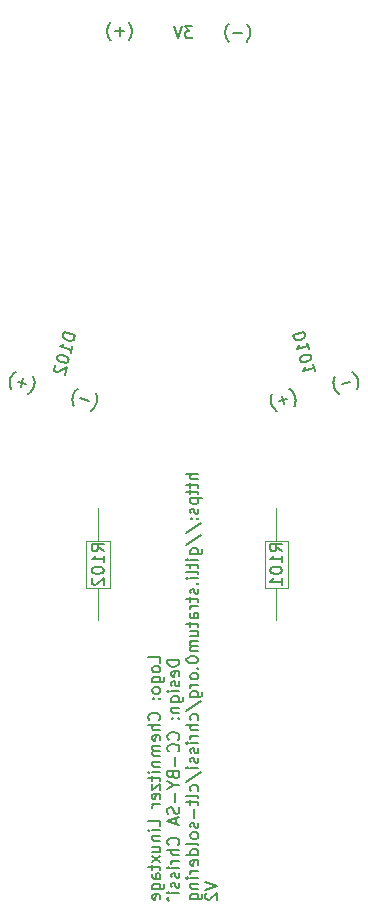
<source format=gbr>
%TF.GenerationSoftware,KiCad,Pcbnew,6.0.2*%
%TF.CreationDate,2022-03-01T20:49:22+01:00*%
%TF.ProjectId,raketenpinguin,72616b65-7465-46e7-9069-6e6775696e2e,rev?*%
%TF.SameCoordinates,Original*%
%TF.FileFunction,Legend,Bot*%
%TF.FilePolarity,Positive*%
%FSLAX46Y46*%
G04 Gerber Fmt 4.6, Leading zero omitted, Abs format (unit mm)*
G04 Created by KiCad (PCBNEW 6.0.2) date 2022-03-01 20:49:22*
%MOMM*%
%LPD*%
G01*
G04 APERTURE LIST*
%ADD10C,0.150000*%
%ADD11C,0.120000*%
G04 APERTURE END LIST*
D10*
X79951904Y-42532380D02*
X79332857Y-42532380D01*
X79666190Y-42913333D01*
X79523333Y-42913333D01*
X79428095Y-42960952D01*
X79380476Y-43008571D01*
X79332857Y-43103809D01*
X79332857Y-43341904D01*
X79380476Y-43437142D01*
X79428095Y-43484761D01*
X79523333Y-43532380D01*
X79809047Y-43532380D01*
X79904285Y-43484761D01*
X79951904Y-43437142D01*
X79047142Y-42532380D02*
X78713809Y-43532380D01*
X78380476Y-42532380D01*
X77227380Y-96396785D02*
X77227380Y-95920595D01*
X76227380Y-95920595D01*
X77227380Y-96872976D02*
X77179761Y-96777738D01*
X77132142Y-96730119D01*
X77036904Y-96682500D01*
X76751190Y-96682500D01*
X76655952Y-96730119D01*
X76608333Y-96777738D01*
X76560714Y-96872976D01*
X76560714Y-97015833D01*
X76608333Y-97111071D01*
X76655952Y-97158690D01*
X76751190Y-97206309D01*
X77036904Y-97206309D01*
X77132142Y-97158690D01*
X77179761Y-97111071D01*
X77227380Y-97015833D01*
X77227380Y-96872976D01*
X76560714Y-98063452D02*
X77370238Y-98063452D01*
X77465476Y-98015833D01*
X77513095Y-97968214D01*
X77560714Y-97872976D01*
X77560714Y-97730119D01*
X77513095Y-97634880D01*
X77179761Y-98063452D02*
X77227380Y-97968214D01*
X77227380Y-97777738D01*
X77179761Y-97682500D01*
X77132142Y-97634880D01*
X77036904Y-97587261D01*
X76751190Y-97587261D01*
X76655952Y-97634880D01*
X76608333Y-97682500D01*
X76560714Y-97777738D01*
X76560714Y-97968214D01*
X76608333Y-98063452D01*
X77227380Y-98682500D02*
X77179761Y-98587261D01*
X77132142Y-98539642D01*
X77036904Y-98492023D01*
X76751190Y-98492023D01*
X76655952Y-98539642D01*
X76608333Y-98587261D01*
X76560714Y-98682500D01*
X76560714Y-98825357D01*
X76608333Y-98920595D01*
X76655952Y-98968214D01*
X76751190Y-99015833D01*
X77036904Y-99015833D01*
X77132142Y-98968214D01*
X77179761Y-98920595D01*
X77227380Y-98825357D01*
X77227380Y-98682500D01*
X77132142Y-99444404D02*
X77179761Y-99492023D01*
X77227380Y-99444404D01*
X77179761Y-99396785D01*
X77132142Y-99444404D01*
X77227380Y-99444404D01*
X76608333Y-99444404D02*
X76655952Y-99492023D01*
X76703571Y-99444404D01*
X76655952Y-99396785D01*
X76608333Y-99444404D01*
X76703571Y-99444404D01*
X77132142Y-101253928D02*
X77179761Y-101206309D01*
X77227380Y-101063452D01*
X77227380Y-100968214D01*
X77179761Y-100825357D01*
X77084523Y-100730119D01*
X76989285Y-100682500D01*
X76798809Y-100634880D01*
X76655952Y-100634880D01*
X76465476Y-100682500D01*
X76370238Y-100730119D01*
X76275000Y-100825357D01*
X76227380Y-100968214D01*
X76227380Y-101063452D01*
X76275000Y-101206309D01*
X76322619Y-101253928D01*
X77227380Y-101682500D02*
X76227380Y-101682500D01*
X77227380Y-102111071D02*
X76703571Y-102111071D01*
X76608333Y-102063452D01*
X76560714Y-101968214D01*
X76560714Y-101825357D01*
X76608333Y-101730119D01*
X76655952Y-101682500D01*
X77179761Y-102968214D02*
X77227380Y-102872976D01*
X77227380Y-102682500D01*
X77179761Y-102587261D01*
X77084523Y-102539642D01*
X76703571Y-102539642D01*
X76608333Y-102587261D01*
X76560714Y-102682500D01*
X76560714Y-102872976D01*
X76608333Y-102968214D01*
X76703571Y-103015833D01*
X76798809Y-103015833D01*
X76894047Y-102539642D01*
X77227380Y-103444404D02*
X76560714Y-103444404D01*
X76655952Y-103444404D02*
X76608333Y-103492023D01*
X76560714Y-103587261D01*
X76560714Y-103730119D01*
X76608333Y-103825357D01*
X76703571Y-103872976D01*
X77227380Y-103872976D01*
X76703571Y-103872976D02*
X76608333Y-103920595D01*
X76560714Y-104015833D01*
X76560714Y-104158690D01*
X76608333Y-104253928D01*
X76703571Y-104301547D01*
X77227380Y-104301547D01*
X76560714Y-104777738D02*
X77227380Y-104777738D01*
X76655952Y-104777738D02*
X76608333Y-104825357D01*
X76560714Y-104920595D01*
X76560714Y-105063452D01*
X76608333Y-105158690D01*
X76703571Y-105206309D01*
X77227380Y-105206309D01*
X77227380Y-105682500D02*
X76560714Y-105682500D01*
X76227380Y-105682500D02*
X76275000Y-105634880D01*
X76322619Y-105682500D01*
X76275000Y-105730119D01*
X76227380Y-105682500D01*
X76322619Y-105682500D01*
X76560714Y-106015833D02*
X76560714Y-106396785D01*
X76227380Y-106158690D02*
X77084523Y-106158690D01*
X77179761Y-106206309D01*
X77227380Y-106301547D01*
X77227380Y-106396785D01*
X76560714Y-106634880D02*
X76560714Y-107158690D01*
X77227380Y-106634880D01*
X77227380Y-107158690D01*
X77179761Y-107920595D02*
X77227380Y-107825357D01*
X77227380Y-107634880D01*
X77179761Y-107539642D01*
X77084523Y-107492023D01*
X76703571Y-107492023D01*
X76608333Y-107539642D01*
X76560714Y-107634880D01*
X76560714Y-107825357D01*
X76608333Y-107920595D01*
X76703571Y-107968214D01*
X76798809Y-107968214D01*
X76894047Y-107492023D01*
X77227380Y-108396785D02*
X76560714Y-108396785D01*
X76751190Y-108396785D02*
X76655952Y-108444404D01*
X76608333Y-108492023D01*
X76560714Y-108587261D01*
X76560714Y-108682499D01*
X77227380Y-110253928D02*
X77227380Y-109777738D01*
X76227380Y-109777738D01*
X77227380Y-110587261D02*
X76560714Y-110587261D01*
X76227380Y-110587261D02*
X76275000Y-110539642D01*
X76322619Y-110587261D01*
X76275000Y-110634880D01*
X76227380Y-110587261D01*
X76322619Y-110587261D01*
X76560714Y-111063452D02*
X77227380Y-111063452D01*
X76655952Y-111063452D02*
X76608333Y-111111071D01*
X76560714Y-111206309D01*
X76560714Y-111349166D01*
X76608333Y-111444404D01*
X76703571Y-111492023D01*
X77227380Y-111492023D01*
X76560714Y-112396785D02*
X77227380Y-112396785D01*
X76560714Y-111968214D02*
X77084523Y-111968214D01*
X77179761Y-112015833D01*
X77227380Y-112111071D01*
X77227380Y-112253928D01*
X77179761Y-112349166D01*
X77132142Y-112396785D01*
X77227380Y-112777738D02*
X76560714Y-113301547D01*
X76560714Y-112777738D02*
X77227380Y-113301547D01*
X76560714Y-113539642D02*
X76560714Y-113920595D01*
X76227380Y-113682499D02*
X77084523Y-113682499D01*
X77179761Y-113730119D01*
X77227380Y-113825357D01*
X77227380Y-113920595D01*
X77227380Y-114682499D02*
X76703571Y-114682499D01*
X76608333Y-114634880D01*
X76560714Y-114539642D01*
X76560714Y-114349166D01*
X76608333Y-114253928D01*
X77179761Y-114682499D02*
X77227380Y-114587261D01*
X77227380Y-114349166D01*
X77179761Y-114253928D01*
X77084523Y-114206309D01*
X76989285Y-114206309D01*
X76894047Y-114253928D01*
X76846428Y-114349166D01*
X76846428Y-114587261D01*
X76798809Y-114682499D01*
X76560714Y-115587261D02*
X77370238Y-115587261D01*
X77465476Y-115539642D01*
X77513095Y-115492023D01*
X77560714Y-115396785D01*
X77560714Y-115253928D01*
X77513095Y-115158690D01*
X77179761Y-115587261D02*
X77227380Y-115492023D01*
X77227380Y-115301547D01*
X77179761Y-115206309D01*
X77132142Y-115158690D01*
X77036904Y-115111071D01*
X76751190Y-115111071D01*
X76655952Y-115158690D01*
X76608333Y-115206309D01*
X76560714Y-115301547D01*
X76560714Y-115492023D01*
X76608333Y-115587261D01*
X77179761Y-116444404D02*
X77227380Y-116349166D01*
X77227380Y-116158690D01*
X77179761Y-116063452D01*
X77084523Y-116015833D01*
X76703571Y-116015833D01*
X76608333Y-116063452D01*
X76560714Y-116158690D01*
X76560714Y-116349166D01*
X76608333Y-116444404D01*
X76703571Y-116492023D01*
X76798809Y-116492023D01*
X76894047Y-116015833D01*
X78837380Y-96158690D02*
X77837380Y-96158690D01*
X77837380Y-96396785D01*
X77885000Y-96539642D01*
X77980238Y-96634880D01*
X78075476Y-96682500D01*
X78265952Y-96730119D01*
X78408809Y-96730119D01*
X78599285Y-96682500D01*
X78694523Y-96634880D01*
X78789761Y-96539642D01*
X78837380Y-96396785D01*
X78837380Y-96158690D01*
X78789761Y-97539642D02*
X78837380Y-97444404D01*
X78837380Y-97253928D01*
X78789761Y-97158690D01*
X78694523Y-97111071D01*
X78313571Y-97111071D01*
X78218333Y-97158690D01*
X78170714Y-97253928D01*
X78170714Y-97444404D01*
X78218333Y-97539642D01*
X78313571Y-97587261D01*
X78408809Y-97587261D01*
X78504047Y-97111071D01*
X78789761Y-97968214D02*
X78837380Y-98063452D01*
X78837380Y-98253928D01*
X78789761Y-98349166D01*
X78694523Y-98396785D01*
X78646904Y-98396785D01*
X78551666Y-98349166D01*
X78504047Y-98253928D01*
X78504047Y-98111071D01*
X78456428Y-98015833D01*
X78361190Y-97968214D01*
X78313571Y-97968214D01*
X78218333Y-98015833D01*
X78170714Y-98111071D01*
X78170714Y-98253928D01*
X78218333Y-98349166D01*
X78837380Y-98825357D02*
X78170714Y-98825357D01*
X77837380Y-98825357D02*
X77885000Y-98777738D01*
X77932619Y-98825357D01*
X77885000Y-98872976D01*
X77837380Y-98825357D01*
X77932619Y-98825357D01*
X78170714Y-99730119D02*
X78980238Y-99730119D01*
X79075476Y-99682500D01*
X79123095Y-99634880D01*
X79170714Y-99539642D01*
X79170714Y-99396785D01*
X79123095Y-99301547D01*
X78789761Y-99730119D02*
X78837380Y-99634880D01*
X78837380Y-99444404D01*
X78789761Y-99349166D01*
X78742142Y-99301547D01*
X78646904Y-99253928D01*
X78361190Y-99253928D01*
X78265952Y-99301547D01*
X78218333Y-99349166D01*
X78170714Y-99444404D01*
X78170714Y-99634880D01*
X78218333Y-99730119D01*
X78170714Y-100206309D02*
X78837380Y-100206309D01*
X78265952Y-100206309D02*
X78218333Y-100253928D01*
X78170714Y-100349166D01*
X78170714Y-100492023D01*
X78218333Y-100587261D01*
X78313571Y-100634880D01*
X78837380Y-100634880D01*
X78742142Y-101111071D02*
X78789761Y-101158690D01*
X78837380Y-101111071D01*
X78789761Y-101063452D01*
X78742142Y-101111071D01*
X78837380Y-101111071D01*
X78218333Y-101111071D02*
X78265952Y-101158690D01*
X78313571Y-101111071D01*
X78265952Y-101063452D01*
X78218333Y-101111071D01*
X78313571Y-101111071D01*
X78742142Y-102920595D02*
X78789761Y-102872976D01*
X78837380Y-102730119D01*
X78837380Y-102634880D01*
X78789761Y-102492023D01*
X78694523Y-102396785D01*
X78599285Y-102349166D01*
X78408809Y-102301547D01*
X78265952Y-102301547D01*
X78075476Y-102349166D01*
X77980238Y-102396785D01*
X77885000Y-102492023D01*
X77837380Y-102634880D01*
X77837380Y-102730119D01*
X77885000Y-102872976D01*
X77932619Y-102920595D01*
X78742142Y-103920595D02*
X78789761Y-103872976D01*
X78837380Y-103730119D01*
X78837380Y-103634880D01*
X78789761Y-103492023D01*
X78694523Y-103396785D01*
X78599285Y-103349166D01*
X78408809Y-103301547D01*
X78265952Y-103301547D01*
X78075476Y-103349166D01*
X77980238Y-103396785D01*
X77885000Y-103492023D01*
X77837380Y-103634880D01*
X77837380Y-103730119D01*
X77885000Y-103872976D01*
X77932619Y-103920595D01*
X78456428Y-104349166D02*
X78456428Y-105111071D01*
X78313571Y-105920595D02*
X78361190Y-106063452D01*
X78408809Y-106111071D01*
X78504047Y-106158690D01*
X78646904Y-106158690D01*
X78742142Y-106111071D01*
X78789761Y-106063452D01*
X78837380Y-105968214D01*
X78837380Y-105587261D01*
X77837380Y-105587261D01*
X77837380Y-105920595D01*
X77885000Y-106015833D01*
X77932619Y-106063452D01*
X78027857Y-106111071D01*
X78123095Y-106111071D01*
X78218333Y-106063452D01*
X78265952Y-106015833D01*
X78313571Y-105920595D01*
X78313571Y-105587261D01*
X78361190Y-106777738D02*
X78837380Y-106777738D01*
X77837380Y-106444404D02*
X78361190Y-106777738D01*
X77837380Y-107111071D01*
X78456428Y-107444404D02*
X78456428Y-108206309D01*
X78789761Y-108634880D02*
X78837380Y-108777738D01*
X78837380Y-109015833D01*
X78789761Y-109111071D01*
X78742142Y-109158690D01*
X78646904Y-109206309D01*
X78551666Y-109206309D01*
X78456428Y-109158690D01*
X78408809Y-109111071D01*
X78361190Y-109015833D01*
X78313571Y-108825357D01*
X78265952Y-108730119D01*
X78218333Y-108682500D01*
X78123095Y-108634880D01*
X78027857Y-108634880D01*
X77932619Y-108682500D01*
X77885000Y-108730119D01*
X77837380Y-108825357D01*
X77837380Y-109063452D01*
X77885000Y-109206309D01*
X78551666Y-109587261D02*
X78551666Y-110063452D01*
X78837380Y-109492023D02*
X77837380Y-109825357D01*
X78837380Y-110158690D01*
X78742142Y-111825357D02*
X78789761Y-111777738D01*
X78837380Y-111634880D01*
X78837380Y-111539642D01*
X78789761Y-111396785D01*
X78694523Y-111301547D01*
X78599285Y-111253928D01*
X78408809Y-111206309D01*
X78265952Y-111206309D01*
X78075476Y-111253928D01*
X77980238Y-111301547D01*
X77885000Y-111396785D01*
X77837380Y-111539642D01*
X77837380Y-111634880D01*
X77885000Y-111777738D01*
X77932619Y-111825357D01*
X78837380Y-112253928D02*
X77837380Y-112253928D01*
X78837380Y-112682500D02*
X78313571Y-112682500D01*
X78218333Y-112634880D01*
X78170714Y-112539642D01*
X78170714Y-112396785D01*
X78218333Y-112301547D01*
X78265952Y-112253928D01*
X78837380Y-113158690D02*
X78170714Y-113158690D01*
X78361190Y-113158690D02*
X78265952Y-113206309D01*
X78218333Y-113253928D01*
X78170714Y-113349166D01*
X78170714Y-113444404D01*
X78837380Y-113777738D02*
X78170714Y-113777738D01*
X77837380Y-113777738D02*
X77885000Y-113730119D01*
X77932619Y-113777738D01*
X77885000Y-113825357D01*
X77837380Y-113777738D01*
X77932619Y-113777738D01*
X78789761Y-114206309D02*
X78837380Y-114301547D01*
X78837380Y-114492023D01*
X78789761Y-114587261D01*
X78694523Y-114634880D01*
X78646904Y-114634880D01*
X78551666Y-114587261D01*
X78504047Y-114492023D01*
X78504047Y-114349166D01*
X78456428Y-114253928D01*
X78361190Y-114206309D01*
X78313571Y-114206309D01*
X78218333Y-114253928D01*
X78170714Y-114349166D01*
X78170714Y-114492023D01*
X78218333Y-114587261D01*
X78789761Y-115015833D02*
X78837380Y-115111071D01*
X78837380Y-115301547D01*
X78789761Y-115396785D01*
X78694523Y-115444404D01*
X78646904Y-115444404D01*
X78551666Y-115396785D01*
X78504047Y-115301547D01*
X78504047Y-115158690D01*
X78456428Y-115063452D01*
X78361190Y-115015833D01*
X78313571Y-115015833D01*
X78218333Y-115063452D01*
X78170714Y-115158690D01*
X78170714Y-115301547D01*
X78218333Y-115396785D01*
X78837380Y-115872976D02*
X78170714Y-115872976D01*
X77837380Y-115872976D02*
X77885000Y-115825357D01*
X77932619Y-115872976D01*
X77885000Y-115920595D01*
X77837380Y-115872976D01*
X77932619Y-115872976D01*
X77932619Y-116206309D02*
X77789761Y-116396785D01*
X77932619Y-116587261D01*
X80447380Y-80444404D02*
X79447380Y-80444404D01*
X80447380Y-80872976D02*
X79923571Y-80872976D01*
X79828333Y-80825357D01*
X79780714Y-80730119D01*
X79780714Y-80587261D01*
X79828333Y-80492023D01*
X79875952Y-80444404D01*
X79780714Y-81206309D02*
X79780714Y-81587261D01*
X79447380Y-81349166D02*
X80304523Y-81349166D01*
X80399761Y-81396785D01*
X80447380Y-81492023D01*
X80447380Y-81587261D01*
X79780714Y-81777738D02*
X79780714Y-82158690D01*
X79447380Y-81920595D02*
X80304523Y-81920595D01*
X80399761Y-81968214D01*
X80447380Y-82063452D01*
X80447380Y-82158690D01*
X79780714Y-82492023D02*
X80780714Y-82492023D01*
X79828333Y-82492023D02*
X79780714Y-82587261D01*
X79780714Y-82777738D01*
X79828333Y-82872976D01*
X79875952Y-82920595D01*
X79971190Y-82968214D01*
X80256904Y-82968214D01*
X80352142Y-82920595D01*
X80399761Y-82872976D01*
X80447380Y-82777738D01*
X80447380Y-82587261D01*
X80399761Y-82492023D01*
X80399761Y-83349166D02*
X80447380Y-83444404D01*
X80447380Y-83634880D01*
X80399761Y-83730119D01*
X80304523Y-83777738D01*
X80256904Y-83777738D01*
X80161666Y-83730119D01*
X80114047Y-83634880D01*
X80114047Y-83492023D01*
X80066428Y-83396785D01*
X79971190Y-83349166D01*
X79923571Y-83349166D01*
X79828333Y-83396785D01*
X79780714Y-83492023D01*
X79780714Y-83634880D01*
X79828333Y-83730119D01*
X80352142Y-84206309D02*
X80399761Y-84253928D01*
X80447380Y-84206309D01*
X80399761Y-84158690D01*
X80352142Y-84206309D01*
X80447380Y-84206309D01*
X79828333Y-84206309D02*
X79875952Y-84253928D01*
X79923571Y-84206309D01*
X79875952Y-84158690D01*
X79828333Y-84206309D01*
X79923571Y-84206309D01*
X79399761Y-85396785D02*
X80685476Y-84539642D01*
X79399761Y-86444404D02*
X80685476Y-85587261D01*
X79780714Y-87206309D02*
X80590238Y-87206309D01*
X80685476Y-87158690D01*
X80733095Y-87111071D01*
X80780714Y-87015833D01*
X80780714Y-86872976D01*
X80733095Y-86777738D01*
X80399761Y-87206309D02*
X80447380Y-87111071D01*
X80447380Y-86920595D01*
X80399761Y-86825357D01*
X80352142Y-86777738D01*
X80256904Y-86730119D01*
X79971190Y-86730119D01*
X79875952Y-86777738D01*
X79828333Y-86825357D01*
X79780714Y-86920595D01*
X79780714Y-87111071D01*
X79828333Y-87206309D01*
X80447380Y-87682500D02*
X79780714Y-87682500D01*
X79447380Y-87682500D02*
X79495000Y-87634880D01*
X79542619Y-87682500D01*
X79495000Y-87730119D01*
X79447380Y-87682500D01*
X79542619Y-87682500D01*
X79780714Y-88015833D02*
X79780714Y-88396785D01*
X79447380Y-88158690D02*
X80304523Y-88158690D01*
X80399761Y-88206309D01*
X80447380Y-88301547D01*
X80447380Y-88396785D01*
X80447380Y-88872976D02*
X80399761Y-88777738D01*
X80304523Y-88730119D01*
X79447380Y-88730119D01*
X80447380Y-89253928D02*
X79780714Y-89253928D01*
X79447380Y-89253928D02*
X79495000Y-89206309D01*
X79542619Y-89253928D01*
X79495000Y-89301547D01*
X79447380Y-89253928D01*
X79542619Y-89253928D01*
X80352142Y-89730119D02*
X80399761Y-89777738D01*
X80447380Y-89730119D01*
X80399761Y-89682500D01*
X80352142Y-89730119D01*
X80447380Y-89730119D01*
X80399761Y-90158690D02*
X80447380Y-90253928D01*
X80447380Y-90444404D01*
X80399761Y-90539642D01*
X80304523Y-90587261D01*
X80256904Y-90587261D01*
X80161666Y-90539642D01*
X80114047Y-90444404D01*
X80114047Y-90301547D01*
X80066428Y-90206309D01*
X79971190Y-90158690D01*
X79923571Y-90158690D01*
X79828333Y-90206309D01*
X79780714Y-90301547D01*
X79780714Y-90444404D01*
X79828333Y-90539642D01*
X79780714Y-90872976D02*
X79780714Y-91253928D01*
X79447380Y-91015833D02*
X80304523Y-91015833D01*
X80399761Y-91063452D01*
X80447380Y-91158690D01*
X80447380Y-91253928D01*
X80447380Y-91587261D02*
X79780714Y-91587261D01*
X79971190Y-91587261D02*
X79875952Y-91634880D01*
X79828333Y-91682500D01*
X79780714Y-91777738D01*
X79780714Y-91872976D01*
X80447380Y-92634880D02*
X79923571Y-92634880D01*
X79828333Y-92587261D01*
X79780714Y-92492023D01*
X79780714Y-92301547D01*
X79828333Y-92206309D01*
X80399761Y-92634880D02*
X80447380Y-92539642D01*
X80447380Y-92301547D01*
X80399761Y-92206309D01*
X80304523Y-92158690D01*
X80209285Y-92158690D01*
X80114047Y-92206309D01*
X80066428Y-92301547D01*
X80066428Y-92539642D01*
X80018809Y-92634880D01*
X79780714Y-92968214D02*
X79780714Y-93349166D01*
X79447380Y-93111071D02*
X80304523Y-93111071D01*
X80399761Y-93158690D01*
X80447380Y-93253928D01*
X80447380Y-93349166D01*
X79780714Y-94111071D02*
X80447380Y-94111071D01*
X79780714Y-93682500D02*
X80304523Y-93682500D01*
X80399761Y-93730119D01*
X80447380Y-93825357D01*
X80447380Y-93968214D01*
X80399761Y-94063452D01*
X80352142Y-94111071D01*
X80447380Y-94587261D02*
X79780714Y-94587261D01*
X79875952Y-94587261D02*
X79828333Y-94634880D01*
X79780714Y-94730119D01*
X79780714Y-94872976D01*
X79828333Y-94968214D01*
X79923571Y-95015833D01*
X80447380Y-95015833D01*
X79923571Y-95015833D02*
X79828333Y-95063452D01*
X79780714Y-95158690D01*
X79780714Y-95301547D01*
X79828333Y-95396785D01*
X79923571Y-95444404D01*
X80447380Y-95444404D01*
X79447380Y-96111071D02*
X79447380Y-96206309D01*
X79495000Y-96301547D01*
X79542619Y-96349166D01*
X79637857Y-96396785D01*
X79828333Y-96444404D01*
X80066428Y-96444404D01*
X80256904Y-96396785D01*
X80352142Y-96349166D01*
X80399761Y-96301547D01*
X80447380Y-96206309D01*
X80447380Y-96111071D01*
X80399761Y-96015833D01*
X80352142Y-95968214D01*
X80256904Y-95920595D01*
X80066428Y-95872976D01*
X79828333Y-95872976D01*
X79637857Y-95920595D01*
X79542619Y-95968214D01*
X79495000Y-96015833D01*
X79447380Y-96111071D01*
X80352142Y-96872976D02*
X80399761Y-96920595D01*
X80447380Y-96872976D01*
X80399761Y-96825357D01*
X80352142Y-96872976D01*
X80447380Y-96872976D01*
X80447380Y-97492023D02*
X80399761Y-97396785D01*
X80352142Y-97349166D01*
X80256904Y-97301547D01*
X79971190Y-97301547D01*
X79875952Y-97349166D01*
X79828333Y-97396785D01*
X79780714Y-97492023D01*
X79780714Y-97634880D01*
X79828333Y-97730119D01*
X79875952Y-97777738D01*
X79971190Y-97825357D01*
X80256904Y-97825357D01*
X80352142Y-97777738D01*
X80399761Y-97730119D01*
X80447380Y-97634880D01*
X80447380Y-97492023D01*
X80447380Y-98253928D02*
X79780714Y-98253928D01*
X79971190Y-98253928D02*
X79875952Y-98301547D01*
X79828333Y-98349166D01*
X79780714Y-98444404D01*
X79780714Y-98539642D01*
X79780714Y-99301547D02*
X80590238Y-99301547D01*
X80685476Y-99253928D01*
X80733095Y-99206309D01*
X80780714Y-99111071D01*
X80780714Y-98968214D01*
X80733095Y-98872976D01*
X80399761Y-99301547D02*
X80447380Y-99206309D01*
X80447380Y-99015833D01*
X80399761Y-98920595D01*
X80352142Y-98872976D01*
X80256904Y-98825357D01*
X79971190Y-98825357D01*
X79875952Y-98872976D01*
X79828333Y-98920595D01*
X79780714Y-99015833D01*
X79780714Y-99206309D01*
X79828333Y-99301547D01*
X79399761Y-100492023D02*
X80685476Y-99634880D01*
X80399761Y-101253928D02*
X80447380Y-101158690D01*
X80447380Y-100968214D01*
X80399761Y-100872976D01*
X80352142Y-100825357D01*
X80256904Y-100777738D01*
X79971190Y-100777738D01*
X79875952Y-100825357D01*
X79828333Y-100872976D01*
X79780714Y-100968214D01*
X79780714Y-101158690D01*
X79828333Y-101253928D01*
X80447380Y-101682500D02*
X79447380Y-101682500D01*
X80447380Y-102111071D02*
X79923571Y-102111071D01*
X79828333Y-102063452D01*
X79780714Y-101968214D01*
X79780714Y-101825357D01*
X79828333Y-101730119D01*
X79875952Y-101682500D01*
X80447380Y-102587261D02*
X79780714Y-102587261D01*
X79971190Y-102587261D02*
X79875952Y-102634880D01*
X79828333Y-102682500D01*
X79780714Y-102777738D01*
X79780714Y-102872976D01*
X80447380Y-103206309D02*
X79780714Y-103206309D01*
X79447380Y-103206309D02*
X79495000Y-103158690D01*
X79542619Y-103206309D01*
X79495000Y-103253928D01*
X79447380Y-103206309D01*
X79542619Y-103206309D01*
X80399761Y-103634880D02*
X80447380Y-103730119D01*
X80447380Y-103920595D01*
X80399761Y-104015833D01*
X80304523Y-104063452D01*
X80256904Y-104063452D01*
X80161666Y-104015833D01*
X80114047Y-103920595D01*
X80114047Y-103777738D01*
X80066428Y-103682500D01*
X79971190Y-103634880D01*
X79923571Y-103634880D01*
X79828333Y-103682500D01*
X79780714Y-103777738D01*
X79780714Y-103920595D01*
X79828333Y-104015833D01*
X80399761Y-104444404D02*
X80447380Y-104539642D01*
X80447380Y-104730119D01*
X80399761Y-104825357D01*
X80304523Y-104872976D01*
X80256904Y-104872976D01*
X80161666Y-104825357D01*
X80114047Y-104730119D01*
X80114047Y-104587261D01*
X80066428Y-104492023D01*
X79971190Y-104444404D01*
X79923571Y-104444404D01*
X79828333Y-104492023D01*
X79780714Y-104587261D01*
X79780714Y-104730119D01*
X79828333Y-104825357D01*
X80447380Y-105301547D02*
X79780714Y-105301547D01*
X79447380Y-105301547D02*
X79495000Y-105253928D01*
X79542619Y-105301547D01*
X79495000Y-105349166D01*
X79447380Y-105301547D01*
X79542619Y-105301547D01*
X79399761Y-106492023D02*
X80685476Y-105634880D01*
X80399761Y-107253928D02*
X80447380Y-107158690D01*
X80447380Y-106968214D01*
X80399761Y-106872976D01*
X80352142Y-106825357D01*
X80256904Y-106777738D01*
X79971190Y-106777738D01*
X79875952Y-106825357D01*
X79828333Y-106872976D01*
X79780714Y-106968214D01*
X79780714Y-107158690D01*
X79828333Y-107253928D01*
X80447380Y-107825357D02*
X80399761Y-107730119D01*
X80304523Y-107682500D01*
X79447380Y-107682500D01*
X79780714Y-108063452D02*
X79780714Y-108444404D01*
X79447380Y-108206309D02*
X80304523Y-108206309D01*
X80399761Y-108253928D01*
X80447380Y-108349166D01*
X80447380Y-108444404D01*
X80066428Y-108777738D02*
X80066428Y-109539642D01*
X80399761Y-109968214D02*
X80447380Y-110063452D01*
X80447380Y-110253928D01*
X80399761Y-110349166D01*
X80304523Y-110396785D01*
X80256904Y-110396785D01*
X80161666Y-110349166D01*
X80114047Y-110253928D01*
X80114047Y-110111071D01*
X80066428Y-110015833D01*
X79971190Y-109968214D01*
X79923571Y-109968214D01*
X79828333Y-110015833D01*
X79780714Y-110111071D01*
X79780714Y-110253928D01*
X79828333Y-110349166D01*
X80447380Y-110968214D02*
X80399761Y-110872976D01*
X80352142Y-110825357D01*
X80256904Y-110777738D01*
X79971190Y-110777738D01*
X79875952Y-110825357D01*
X79828333Y-110872976D01*
X79780714Y-110968214D01*
X79780714Y-111111071D01*
X79828333Y-111206309D01*
X79875952Y-111253928D01*
X79971190Y-111301547D01*
X80256904Y-111301547D01*
X80352142Y-111253928D01*
X80399761Y-111206309D01*
X80447380Y-111111071D01*
X80447380Y-110968214D01*
X80447380Y-111872976D02*
X80399761Y-111777738D01*
X80304523Y-111730119D01*
X79447380Y-111730119D01*
X80447380Y-112682500D02*
X79447380Y-112682500D01*
X80399761Y-112682500D02*
X80447380Y-112587261D01*
X80447380Y-112396785D01*
X80399761Y-112301547D01*
X80352142Y-112253928D01*
X80256904Y-112206309D01*
X79971190Y-112206309D01*
X79875952Y-112253928D01*
X79828333Y-112301547D01*
X79780714Y-112396785D01*
X79780714Y-112587261D01*
X79828333Y-112682500D01*
X80399761Y-113539642D02*
X80447380Y-113444404D01*
X80447380Y-113253928D01*
X80399761Y-113158690D01*
X80304523Y-113111071D01*
X79923571Y-113111071D01*
X79828333Y-113158690D01*
X79780714Y-113253928D01*
X79780714Y-113444404D01*
X79828333Y-113539642D01*
X79923571Y-113587261D01*
X80018809Y-113587261D01*
X80114047Y-113111071D01*
X80447380Y-114015833D02*
X79780714Y-114015833D01*
X79971190Y-114015833D02*
X79875952Y-114063452D01*
X79828333Y-114111071D01*
X79780714Y-114206309D01*
X79780714Y-114301547D01*
X80447380Y-114634880D02*
X79780714Y-114634880D01*
X79447380Y-114634880D02*
X79495000Y-114587261D01*
X79542619Y-114634880D01*
X79495000Y-114682500D01*
X79447380Y-114634880D01*
X79542619Y-114634880D01*
X79780714Y-115111071D02*
X80447380Y-115111071D01*
X79875952Y-115111071D02*
X79828333Y-115158690D01*
X79780714Y-115253928D01*
X79780714Y-115396785D01*
X79828333Y-115492023D01*
X79923571Y-115539642D01*
X80447380Y-115539642D01*
X79780714Y-116444404D02*
X80590238Y-116444404D01*
X80685476Y-116396785D01*
X80733095Y-116349166D01*
X80780714Y-116253928D01*
X80780714Y-116111071D01*
X80733095Y-116015833D01*
X80399761Y-116444404D02*
X80447380Y-116349166D01*
X80447380Y-116158690D01*
X80399761Y-116063452D01*
X80352142Y-116015833D01*
X80256904Y-115968214D01*
X79971190Y-115968214D01*
X79875952Y-116015833D01*
X79828333Y-116063452D01*
X79780714Y-116158690D01*
X79780714Y-116349166D01*
X79828333Y-116444404D01*
X81057380Y-114968214D02*
X82057380Y-115301547D01*
X81057380Y-115634880D01*
X81152619Y-115920595D02*
X81105000Y-115968214D01*
X81057380Y-116063452D01*
X81057380Y-116301547D01*
X81105000Y-116396785D01*
X81152619Y-116444404D01*
X81247857Y-116492023D01*
X81343095Y-116492023D01*
X81485952Y-116444404D01*
X82057380Y-115872976D01*
X82057380Y-116492023D01*
X84551904Y-43813333D02*
X84599523Y-43765714D01*
X84694761Y-43622857D01*
X84742380Y-43527619D01*
X84790000Y-43384761D01*
X84837619Y-43146666D01*
X84837619Y-42956190D01*
X84790000Y-42718095D01*
X84742380Y-42575238D01*
X84694761Y-42480000D01*
X84599523Y-42337142D01*
X84551904Y-42289523D01*
X84170952Y-43051428D02*
X83409047Y-43051428D01*
X83028095Y-43813333D02*
X82980476Y-43765714D01*
X82885238Y-43622857D01*
X82837619Y-43527619D01*
X82790000Y-43384761D01*
X82742380Y-43146666D01*
X82742380Y-42956190D01*
X82790000Y-42718095D01*
X82837619Y-42575238D01*
X82885238Y-42480000D01*
X82980476Y-42337142D01*
X83028095Y-42289523D01*
X74551904Y-43713333D02*
X74599523Y-43665714D01*
X74694761Y-43522857D01*
X74742380Y-43427619D01*
X74790000Y-43284761D01*
X74837619Y-43046666D01*
X74837619Y-42856190D01*
X74790000Y-42618095D01*
X74742380Y-42475238D01*
X74694761Y-42380000D01*
X74599523Y-42237142D01*
X74551904Y-42189523D01*
X74170952Y-42951428D02*
X73409047Y-42951428D01*
X73790000Y-43332380D02*
X73790000Y-42570476D01*
X73028095Y-43713333D02*
X72980476Y-43665714D01*
X72885238Y-43522857D01*
X72837619Y-43427619D01*
X72790000Y-43284761D01*
X72742380Y-43046666D01*
X72742380Y-42856190D01*
X72790000Y-42618095D01*
X72837619Y-42475238D01*
X72885238Y-42380000D01*
X72980476Y-42237142D01*
X73028095Y-42189523D01*
%TO.C,R101*%
X87542380Y-86960952D02*
X87066190Y-86627619D01*
X87542380Y-86389523D02*
X86542380Y-86389523D01*
X86542380Y-86770476D01*
X86590000Y-86865714D01*
X86637619Y-86913333D01*
X86732857Y-86960952D01*
X86875714Y-86960952D01*
X86970952Y-86913333D01*
X87018571Y-86865714D01*
X87066190Y-86770476D01*
X87066190Y-86389523D01*
X87542380Y-87913333D02*
X87542380Y-87341904D01*
X87542380Y-87627619D02*
X86542380Y-87627619D01*
X86685238Y-87532380D01*
X86780476Y-87437142D01*
X86828095Y-87341904D01*
X86542380Y-88532380D02*
X86542380Y-88627619D01*
X86590000Y-88722857D01*
X86637619Y-88770476D01*
X86732857Y-88818095D01*
X86923333Y-88865714D01*
X87161428Y-88865714D01*
X87351904Y-88818095D01*
X87447142Y-88770476D01*
X87494761Y-88722857D01*
X87542380Y-88627619D01*
X87542380Y-88532380D01*
X87494761Y-88437142D01*
X87447142Y-88389523D01*
X87351904Y-88341904D01*
X87161428Y-88294285D01*
X86923333Y-88294285D01*
X86732857Y-88341904D01*
X86637619Y-88389523D01*
X86590000Y-88437142D01*
X86542380Y-88532380D01*
X87542380Y-89818095D02*
X87542380Y-89246666D01*
X87542380Y-89532380D02*
X86542380Y-89532380D01*
X86685238Y-89437142D01*
X86780476Y-89341904D01*
X86828095Y-89246666D01*
%TO.C,D101*%
X89441985Y-68386438D02*
X88476059Y-68645257D01*
X88537682Y-68875239D01*
X88620653Y-69000904D01*
X88737295Y-69068248D01*
X88841613Y-69089595D01*
X89037923Y-69086292D01*
X89175913Y-69049318D01*
X89347574Y-68954023D01*
X89427242Y-68883377D01*
X89494586Y-68766735D01*
X89503608Y-68616420D01*
X89441985Y-68386438D01*
X89836375Y-69858325D02*
X89688479Y-69306367D01*
X89762427Y-69582346D02*
X88796501Y-69841165D01*
X88909841Y-69712198D01*
X88977185Y-69595556D01*
X88998532Y-69491238D01*
X89030671Y-70715098D02*
X89055320Y-70807091D01*
X89125966Y-70886759D01*
X89184287Y-70920431D01*
X89288605Y-70941778D01*
X89484916Y-70938476D01*
X89714898Y-70876852D01*
X89886559Y-70781557D01*
X89966227Y-70710911D01*
X89999899Y-70652590D01*
X90021246Y-70548272D01*
X89996597Y-70456279D01*
X89925951Y-70376611D01*
X89867630Y-70342939D01*
X89763312Y-70321592D01*
X89567001Y-70324895D01*
X89337019Y-70386518D01*
X89165358Y-70481813D01*
X89085690Y-70552459D01*
X89052018Y-70610781D01*
X89030671Y-70715098D01*
X90329364Y-71698184D02*
X90181467Y-71146226D01*
X90255416Y-71422205D02*
X89289490Y-71681024D01*
X89402830Y-71552057D01*
X89470173Y-71435415D01*
X89491520Y-71331097D01*
X93881374Y-73266264D02*
X93915045Y-73207943D01*
X93970064Y-73045304D01*
X93991411Y-72940987D01*
X94000433Y-72790672D01*
X93984806Y-72548365D01*
X93935507Y-72364380D01*
X93827887Y-72146722D01*
X93744917Y-72021057D01*
X93674271Y-71941389D01*
X93545304Y-71828049D01*
X93486983Y-71794377D01*
X93316206Y-72628918D02*
X92580263Y-72826114D01*
X92409487Y-73660655D02*
X92351165Y-73626983D01*
X92222198Y-73513643D01*
X92151552Y-73433975D01*
X92068582Y-73308311D01*
X91960962Y-73090653D01*
X91911663Y-72906667D01*
X91896036Y-72664360D01*
X91905058Y-72514046D01*
X91926405Y-72409728D01*
X91981424Y-72247089D01*
X92015096Y-72188768D01*
X88568782Y-74689769D02*
X88602453Y-74631448D01*
X88657472Y-74468809D01*
X88678819Y-74364492D01*
X88687841Y-74214177D01*
X88672214Y-73971870D01*
X88622915Y-73787885D01*
X88515295Y-73570227D01*
X88432325Y-73444562D01*
X88361679Y-73364894D01*
X88232712Y-73251554D01*
X88174391Y-73217882D01*
X88003614Y-74052423D02*
X87267671Y-74249619D01*
X87734240Y-74518993D02*
X87537045Y-73783049D01*
X87096895Y-75084160D02*
X87038573Y-75050488D01*
X86909606Y-74937148D01*
X86838960Y-74857480D01*
X86755990Y-74731816D01*
X86648370Y-74514158D01*
X86599071Y-74330172D01*
X86583444Y-74087865D01*
X86592466Y-73937551D01*
X86613813Y-73833233D01*
X86668832Y-73670594D01*
X86702504Y-73612273D01*
%TO.C,D102*%
X70034817Y-68691720D02*
X69068892Y-68432901D01*
X69007268Y-68662883D01*
X69016290Y-68813197D01*
X69083634Y-68929839D01*
X69163302Y-69000485D01*
X69334963Y-69095781D01*
X69472953Y-69132755D01*
X69669263Y-69136057D01*
X69773581Y-69114710D01*
X69890223Y-69047367D01*
X69973194Y-68921702D01*
X70034817Y-68691720D01*
X69640426Y-70163607D02*
X69788323Y-69611649D01*
X69714375Y-69887628D02*
X68748449Y-69628809D01*
X68911088Y-69573790D01*
X69027730Y-69506447D01*
X69098376Y-69426778D01*
X68514279Y-70502742D02*
X68489630Y-70594735D01*
X68510977Y-70699052D01*
X68544649Y-70757373D01*
X68624317Y-70828019D01*
X68795978Y-70923315D01*
X69025960Y-70984938D01*
X69222271Y-70988241D01*
X69326589Y-70966894D01*
X69384910Y-70933222D01*
X69455556Y-70853554D01*
X69480205Y-70761561D01*
X69458858Y-70657243D01*
X69425186Y-70598922D01*
X69345518Y-70528276D01*
X69173857Y-70432981D01*
X68943875Y-70371357D01*
X68747564Y-70368055D01*
X68643246Y-70389402D01*
X68584925Y-70423073D01*
X68514279Y-70502742D01*
X68421402Y-71217338D02*
X68363080Y-71251010D01*
X68292434Y-71330678D01*
X68230811Y-71560660D01*
X68252158Y-71664978D01*
X68285830Y-71723299D01*
X68365498Y-71793945D01*
X68457491Y-71818595D01*
X68607805Y-71809572D01*
X69307659Y-71405511D01*
X69147438Y-72003465D01*
X66073919Y-73634773D02*
X66132241Y-73601101D01*
X66261208Y-73487761D01*
X66331854Y-73408093D01*
X66414824Y-73282429D01*
X66522444Y-73064771D01*
X66571743Y-72880785D01*
X66587370Y-72638478D01*
X66578348Y-72488164D01*
X66557001Y-72383846D01*
X66501982Y-72221207D01*
X66468310Y-72162886D01*
X65903143Y-72800232D02*
X65167200Y-72603036D01*
X65436574Y-73069606D02*
X65633769Y-72333662D01*
X64602032Y-73240382D02*
X64568361Y-73182061D01*
X64513342Y-73019422D01*
X64491995Y-72915105D01*
X64482973Y-72764790D01*
X64498600Y-72522483D01*
X64547899Y-72338498D01*
X64655519Y-72120840D01*
X64738489Y-71995175D01*
X64809135Y-71915507D01*
X64938102Y-71802167D01*
X64996423Y-71768495D01*
X71386511Y-75058278D02*
X71444833Y-75024606D01*
X71573800Y-74911266D01*
X71644446Y-74831598D01*
X71727416Y-74705934D01*
X71835036Y-74488276D01*
X71884335Y-74304290D01*
X71899962Y-74061983D01*
X71890940Y-73911669D01*
X71869593Y-73807351D01*
X71814574Y-73644712D01*
X71780902Y-73586391D01*
X71215735Y-74223737D02*
X70479792Y-74026541D01*
X69914624Y-74663887D02*
X69880953Y-74605566D01*
X69825934Y-74442927D01*
X69804587Y-74338610D01*
X69795565Y-74188295D01*
X69811192Y-73945988D01*
X69860491Y-73762003D01*
X69968111Y-73544345D01*
X70051081Y-73418680D01*
X70121727Y-73339012D01*
X70250694Y-73225672D01*
X70309015Y-73192000D01*
%TO.C,R102*%
X72442380Y-86960952D02*
X71966190Y-86627619D01*
X72442380Y-86389523D02*
X71442380Y-86389523D01*
X71442380Y-86770476D01*
X71490000Y-86865714D01*
X71537619Y-86913333D01*
X71632857Y-86960952D01*
X71775714Y-86960952D01*
X71870952Y-86913333D01*
X71918571Y-86865714D01*
X71966190Y-86770476D01*
X71966190Y-86389523D01*
X72442380Y-87913333D02*
X72442380Y-87341904D01*
X72442380Y-87627619D02*
X71442380Y-87627619D01*
X71585238Y-87532380D01*
X71680476Y-87437142D01*
X71728095Y-87341904D01*
X71442380Y-88532380D02*
X71442380Y-88627619D01*
X71490000Y-88722857D01*
X71537619Y-88770476D01*
X71632857Y-88818095D01*
X71823333Y-88865714D01*
X72061428Y-88865714D01*
X72251904Y-88818095D01*
X72347142Y-88770476D01*
X72394761Y-88722857D01*
X72442380Y-88627619D01*
X72442380Y-88532380D01*
X72394761Y-88437142D01*
X72347142Y-88389523D01*
X72251904Y-88341904D01*
X72061428Y-88294285D01*
X71823333Y-88294285D01*
X71632857Y-88341904D01*
X71537619Y-88389523D01*
X71490000Y-88437142D01*
X71442380Y-88532380D01*
X71537619Y-89246666D02*
X71490000Y-89294285D01*
X71442380Y-89389523D01*
X71442380Y-89627619D01*
X71490000Y-89722857D01*
X71537619Y-89770476D01*
X71632857Y-89818095D01*
X71728095Y-89818095D01*
X71870952Y-89770476D01*
X72442380Y-89199047D01*
X72442380Y-89818095D01*
D11*
%TO.C,R101*%
X88060000Y-90120000D02*
X88060000Y-86120000D01*
X87060000Y-86120000D02*
X86060000Y-86120000D01*
X88060000Y-86120000D02*
X87060000Y-86120000D01*
X87060000Y-83320000D02*
X87060000Y-86120000D01*
X86060000Y-86120000D02*
X86060000Y-90120000D01*
X86060000Y-90120000D02*
X88060000Y-90120000D01*
X87060000Y-90120000D02*
X87060000Y-92820000D01*
%TO.C,R102*%
X72980000Y-90120000D02*
X72980000Y-86120000D01*
X71980000Y-86120000D02*
X70980000Y-86120000D01*
X71980000Y-90120000D02*
X71980000Y-92820000D01*
X70980000Y-90120000D02*
X72980000Y-90120000D01*
X72980000Y-86120000D02*
X71980000Y-86120000D01*
X71980000Y-83320000D02*
X71980000Y-86120000D01*
X70980000Y-86120000D02*
X70980000Y-90120000D01*
%TD*%
M02*

</source>
